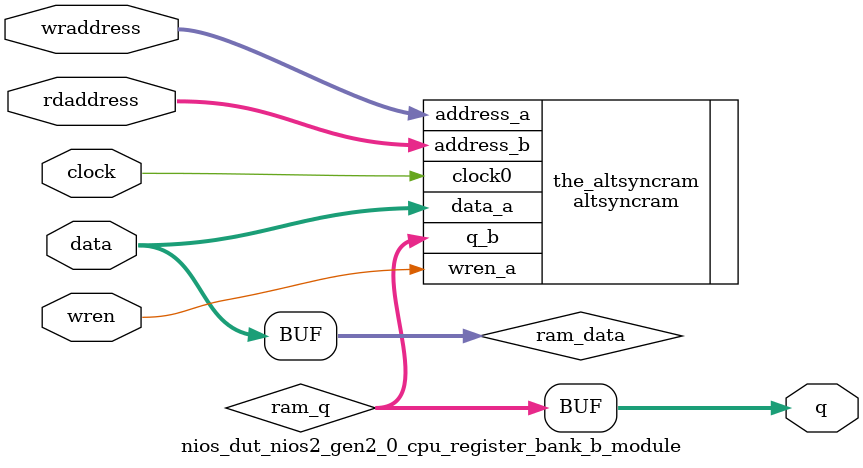
<source format=v>
module nios_dut_nios2_gen2_0_cpu_register_bank_b_module (
                                                          // inputs:
                                                           clock,
                                                           data,
                                                           rdaddress,
                                                           wraddress,
                                                           wren,
                                                          // outputs:
                                                           q
                                                        )
;
  parameter lpm_file = "UNUSED";
  output  [ 31: 0] q;
  input            clock;
  input   [ 31: 0] data;
  input   [  4: 0] rdaddress;
  input   [  4: 0] wraddress;
  input            wren;
  wire    [ 31: 0] q;
  wire    [ 31: 0] ram_data;
  wire    [ 31: 0] ram_q;
  assign q = ram_q;
  assign ram_data = data;
  altsyncram the_altsyncram
    (
      .address_a (wraddress),
      .address_b (rdaddress),
      .clock0 (clock),
      .data_a (ram_data),
      .q_b (ram_q),
      .wren_a (wren)
    );
  defparam the_altsyncram.address_reg_b = "CLOCK0",
           the_altsyncram.init_file = lpm_file,
           the_altsyncram.maximum_depth = 0,
           the_altsyncram.numwords_a = 32,
           the_altsyncram.numwords_b = 32,
           the_altsyncram.operation_mode = "DUAL_PORT",
           the_altsyncram.outdata_reg_b = "UNREGISTERED",
           the_altsyncram.ram_block_type = "AUTO",
           the_altsyncram.rdcontrol_reg_b = "CLOCK0",
           the_altsyncram.read_during_write_mode_mixed_ports = "DONT_CARE",
           the_altsyncram.width_a = 32,
           the_altsyncram.width_b = 32,
           the_altsyncram.widthad_a = 5,
           the_altsyncram.widthad_b = 5;
endmodule
</source>
